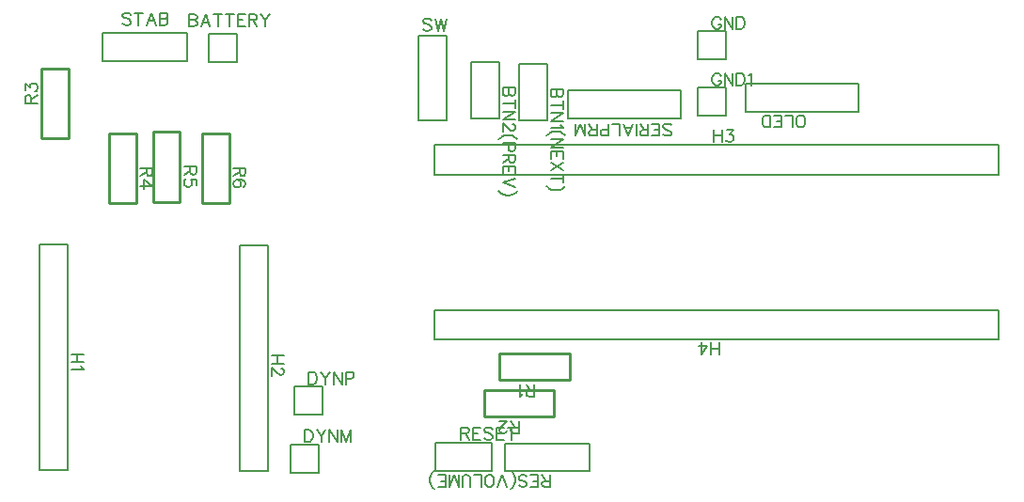
<source format=gto>
G04 Layer: TopSilkscreenLayer*
G04 EasyEDA v6.5.22, 2023-05-12 10:20:37*
G04 d26d94e297664bcd9bbc3ef6a8ca1e7a,10*
G04 Gerber Generator version 0.2*
G04 Scale: 100 percent, Rotated: No, Reflected: No *
G04 Dimensions in millimeters *
G04 leading zeros omitted , absolute positions ,4 integer and 5 decimal *
%FSLAX45Y45*%
%MOMM*%

%ADD10C,0.1524*%
%ADD11C,0.2032*%
%ADD12C,0.2030*%
%ADD13C,0.2540*%

%LPD*%
D10*
X6656577Y4562347D02*
G01*
X6651243Y4572762D01*
X6640829Y4583176D01*
X6630670Y4588255D01*
X6609841Y4588255D01*
X6599427Y4583176D01*
X6589013Y4572762D01*
X6583679Y4562347D01*
X6578600Y4546600D01*
X6578600Y4520692D01*
X6583679Y4505197D01*
X6589013Y4494784D01*
X6599427Y4484370D01*
X6609841Y4479289D01*
X6630670Y4479289D01*
X6640829Y4484370D01*
X6651243Y4494784D01*
X6656577Y4505197D01*
X6656577Y4520692D01*
X6630670Y4520692D02*
G01*
X6656577Y4520692D01*
X6690868Y4588255D02*
G01*
X6690868Y4479289D01*
X6690868Y4588255D02*
G01*
X6763511Y4479289D01*
X6763511Y4588255D02*
G01*
X6763511Y4479289D01*
X6797802Y4588255D02*
G01*
X6797802Y4479289D01*
X6797802Y4588255D02*
G01*
X6834124Y4588255D01*
X6849872Y4583176D01*
X6860286Y4572762D01*
X6865365Y4562347D01*
X6870700Y4546600D01*
X6870700Y4520692D01*
X6865365Y4505197D01*
X6860286Y4494784D01*
X6849872Y4484370D01*
X6834124Y4479289D01*
X6797802Y4479289D01*
X5233415Y3937000D02*
G01*
X5124450Y3937000D01*
X5233415Y3937000D02*
G01*
X5233415Y3890263D01*
X5228336Y3874770D01*
X5223002Y3869436D01*
X5212588Y3864355D01*
X5202174Y3864355D01*
X5191759Y3869436D01*
X5186679Y3874770D01*
X5181600Y3890263D01*
X5181600Y3937000D02*
G01*
X5181600Y3890263D01*
X5176265Y3874770D01*
X5171186Y3869436D01*
X5160772Y3864355D01*
X5145024Y3864355D01*
X5134609Y3869436D01*
X5129529Y3874770D01*
X5124450Y3890263D01*
X5124450Y3937000D01*
X5233415Y3793489D02*
G01*
X5124450Y3793489D01*
X5233415Y3830065D02*
G01*
X5233415Y3757168D01*
X5233415Y3722878D02*
G01*
X5124450Y3722878D01*
X5233415Y3722878D02*
G01*
X5124450Y3650234D01*
X5233415Y3650234D02*
G01*
X5124450Y3650234D01*
X5212588Y3615944D02*
G01*
X5217922Y3605529D01*
X5233415Y3590036D01*
X5124450Y3590036D01*
X5254243Y3519170D02*
G01*
X5243829Y3529584D01*
X5228336Y3539997D01*
X5207508Y3550412D01*
X5181600Y3555745D01*
X5160772Y3555745D01*
X5134609Y3550412D01*
X5114036Y3539997D01*
X5098288Y3529584D01*
X5087874Y3519170D01*
X5233415Y3484879D02*
G01*
X5124450Y3484879D01*
X5233415Y3484879D02*
G01*
X5124450Y3412236D01*
X5233415Y3412236D02*
G01*
X5124450Y3412236D01*
X5233415Y3377945D02*
G01*
X5124450Y3377945D01*
X5233415Y3377945D02*
G01*
X5233415Y3310381D01*
X5181600Y3377945D02*
G01*
X5181600Y3336289D01*
X5124450Y3377945D02*
G01*
X5124450Y3310381D01*
X5233415Y3276092D02*
G01*
X5124450Y3203447D01*
X5233415Y3203447D02*
G01*
X5124450Y3276092D01*
X5233415Y3132836D02*
G01*
X5124450Y3132836D01*
X5233415Y3169157D02*
G01*
X5233415Y3096260D01*
X5254243Y3061970D02*
G01*
X5243829Y3051810D01*
X5228336Y3041395D01*
X5207508Y3030981D01*
X5181600Y3025647D01*
X5160772Y3025647D01*
X5134609Y3030981D01*
X5114036Y3041395D01*
X5098288Y3051810D01*
X5087874Y3061970D01*
X4801615Y3949700D02*
G01*
X4692650Y3949700D01*
X4801615Y3949700D02*
G01*
X4801615Y3902963D01*
X4796536Y3887470D01*
X4791202Y3882136D01*
X4780788Y3877055D01*
X4770374Y3877055D01*
X4759959Y3882136D01*
X4754879Y3887470D01*
X4749800Y3902963D01*
X4749800Y3949700D02*
G01*
X4749800Y3902963D01*
X4744465Y3887470D01*
X4739386Y3882136D01*
X4728972Y3877055D01*
X4713224Y3877055D01*
X4702809Y3882136D01*
X4697729Y3887470D01*
X4692650Y3902963D01*
X4692650Y3949700D01*
X4801615Y3806189D02*
G01*
X4692650Y3806189D01*
X4801615Y3842765D02*
G01*
X4801615Y3769868D01*
X4801615Y3735578D02*
G01*
X4692650Y3735578D01*
X4801615Y3735578D02*
G01*
X4692650Y3662934D01*
X4801615Y3662934D02*
G01*
X4692650Y3662934D01*
X4775708Y3623310D02*
G01*
X4780788Y3623310D01*
X4791202Y3618229D01*
X4796536Y3613150D01*
X4801615Y3602736D01*
X4801615Y3581907D01*
X4796536Y3571494D01*
X4791202Y3566160D01*
X4780788Y3561079D01*
X4770374Y3561079D01*
X4759959Y3566160D01*
X4744465Y3576573D01*
X4692650Y3628644D01*
X4692650Y3556000D01*
X4822443Y3485134D02*
G01*
X4812029Y3495547D01*
X4796536Y3505962D01*
X4775708Y3516376D01*
X4749800Y3521710D01*
X4728972Y3521710D01*
X4702809Y3516376D01*
X4682236Y3505962D01*
X4666488Y3495547D01*
X4656074Y3485134D01*
X4801615Y3450844D02*
G01*
X4692650Y3450844D01*
X4801615Y3450844D02*
G01*
X4801615Y3404107D01*
X4796536Y3388613D01*
X4791202Y3383279D01*
X4780788Y3378200D01*
X4765293Y3378200D01*
X4754879Y3383279D01*
X4749800Y3388613D01*
X4744465Y3404107D01*
X4744465Y3450844D01*
X4801615Y3343910D02*
G01*
X4692650Y3343910D01*
X4801615Y3343910D02*
G01*
X4801615Y3297173D01*
X4796536Y3281679D01*
X4791202Y3276345D01*
X4780788Y3271265D01*
X4770374Y3271265D01*
X4759959Y3276345D01*
X4754879Y3281679D01*
X4749800Y3297173D01*
X4749800Y3343910D01*
X4749800Y3307587D02*
G01*
X4692650Y3271265D01*
X4801615Y3236976D02*
G01*
X4692650Y3236976D01*
X4801615Y3236976D02*
G01*
X4801615Y3169412D01*
X4749800Y3236976D02*
G01*
X4749800Y3195320D01*
X4692650Y3236976D02*
G01*
X4692650Y3169412D01*
X4801615Y3135121D02*
G01*
X4692650Y3093465D01*
X4801615Y3051810D02*
G01*
X4692650Y3093465D01*
X4822443Y3017520D02*
G01*
X4812029Y3007360D01*
X4796536Y2996945D01*
X4775708Y2986531D01*
X4749800Y2981197D01*
X4728972Y2981197D01*
X4702809Y2986531D01*
X4682236Y2996945D01*
X4666488Y3007360D01*
X4656074Y3017520D01*
X915415Y1549400D02*
G01*
X806450Y1549400D01*
X915415Y1476755D02*
G01*
X806450Y1476755D01*
X863600Y1549400D02*
G01*
X863600Y1476755D01*
X894587Y1442465D02*
G01*
X899921Y1432052D01*
X915415Y1416304D01*
X806450Y1416304D01*
X2718815Y1536700D02*
G01*
X2609850Y1536700D01*
X2718815Y1464055D02*
G01*
X2609850Y1464055D01*
X2667000Y1536700D02*
G01*
X2667000Y1464055D01*
X2692908Y1424431D02*
G01*
X2697988Y1424431D01*
X2708402Y1419352D01*
X2713736Y1414018D01*
X2718815Y1403604D01*
X2718815Y1383029D01*
X2713736Y1372615D01*
X2708402Y1367281D01*
X2697988Y1362202D01*
X2687574Y1362202D01*
X2677159Y1367281D01*
X2661665Y1377695D01*
X2609850Y1429765D01*
X2609850Y1356868D01*
X6591300Y3569715D02*
G01*
X6591300Y3460750D01*
X6663943Y3569715D02*
G01*
X6663943Y3460750D01*
X6591300Y3517900D02*
G01*
X6663943Y3517900D01*
X6708647Y3569715D02*
G01*
X6765797Y3569715D01*
X6734809Y3528060D01*
X6750304Y3528060D01*
X6760718Y3522979D01*
X6765797Y3517900D01*
X6771131Y3502152D01*
X6771131Y3491737D01*
X6765797Y3476244D01*
X6755384Y3465829D01*
X6739890Y3460750D01*
X6724395Y3460750D01*
X6708647Y3465829D01*
X6703568Y3470910D01*
X6698234Y3481323D01*
X6642100Y1548384D02*
G01*
X6642100Y1657350D01*
X6569456Y1548384D02*
G01*
X6569456Y1657350D01*
X6642100Y1600200D02*
G01*
X6569456Y1600200D01*
X6483095Y1548384D02*
G01*
X6535165Y1621028D01*
X6457188Y1621028D01*
X6483095Y1548384D02*
G01*
X6483095Y1657350D01*
X7385558Y3593084D02*
G01*
X7395972Y3598163D01*
X7406386Y3608578D01*
X7411720Y3618992D01*
X7416800Y3634739D01*
X7416800Y3660647D01*
X7411720Y3676142D01*
X7406386Y3686555D01*
X7395972Y3696970D01*
X7385558Y3702050D01*
X7364729Y3702050D01*
X7354570Y3696970D01*
X7344156Y3686555D01*
X7338822Y3676142D01*
X7333741Y3660647D01*
X7333741Y3634739D01*
X7338822Y3618992D01*
X7344156Y3608578D01*
X7354570Y3598163D01*
X7364729Y3593084D01*
X7385558Y3593084D01*
X7299452Y3593084D02*
G01*
X7299452Y3702050D01*
X7299452Y3702050D02*
G01*
X7236968Y3702050D01*
X7202677Y3593084D02*
G01*
X7202677Y3702050D01*
X7202677Y3593084D02*
G01*
X7135113Y3593084D01*
X7202677Y3644900D02*
G01*
X7161275Y3644900D01*
X7202677Y3702050D02*
G01*
X7135113Y3702050D01*
X7100824Y3593084D02*
G01*
X7100824Y3702050D01*
X7100824Y3593084D02*
G01*
X7064502Y3593084D01*
X7049008Y3598163D01*
X7038593Y3608578D01*
X7033259Y3618992D01*
X7028179Y3634739D01*
X7028179Y3660647D01*
X7033259Y3676142D01*
X7038593Y3686555D01*
X7049008Y3696970D01*
X7064502Y3702050D01*
X7100824Y3702050D01*
X6137656Y3532378D02*
G01*
X6148070Y3521963D01*
X6163563Y3516884D01*
X6184391Y3516884D01*
X6199886Y3521963D01*
X6210300Y3532378D01*
X6210300Y3542792D01*
X6205220Y3553205D01*
X6199886Y3558539D01*
X6189472Y3563620D01*
X6158229Y3574034D01*
X6148070Y3579113D01*
X6142736Y3584447D01*
X6137656Y3594862D01*
X6137656Y3610355D01*
X6148070Y3620770D01*
X6163563Y3625850D01*
X6184391Y3625850D01*
X6199886Y3620770D01*
X6210300Y3610355D01*
X6103365Y3516884D02*
G01*
X6103365Y3625850D01*
X6103365Y3516884D02*
G01*
X6035802Y3516884D01*
X6103365Y3568700D02*
G01*
X6061709Y3568700D01*
X6103365Y3625850D02*
G01*
X6035802Y3625850D01*
X6001511Y3516884D02*
G01*
X6001511Y3625850D01*
X6001511Y3516884D02*
G01*
X5954775Y3516884D01*
X5939027Y3521963D01*
X5933947Y3527297D01*
X5928613Y3537712D01*
X5928613Y3548126D01*
X5933947Y3558539D01*
X5939027Y3563620D01*
X5954775Y3568700D01*
X6001511Y3568700D01*
X5965190Y3568700D02*
G01*
X5928613Y3625850D01*
X5894324Y3516884D02*
G01*
X5894324Y3625850D01*
X5818631Y3516884D02*
G01*
X5860034Y3625850D01*
X5818631Y3516884D02*
G01*
X5776975Y3625850D01*
X5844540Y3589528D02*
G01*
X5792470Y3589528D01*
X5742686Y3516884D02*
G01*
X5742686Y3625850D01*
X5742686Y3625850D02*
G01*
X5680456Y3625850D01*
X5646165Y3516884D02*
G01*
X5646165Y3625850D01*
X5646165Y3516884D02*
G01*
X5599429Y3516884D01*
X5583681Y3521963D01*
X5578602Y3527297D01*
X5573268Y3537712D01*
X5573268Y3553205D01*
X5578602Y3563620D01*
X5583681Y3568700D01*
X5599429Y3574034D01*
X5646165Y3574034D01*
X5538977Y3516884D02*
G01*
X5538977Y3625850D01*
X5538977Y3516884D02*
G01*
X5492241Y3516884D01*
X5476747Y3521963D01*
X5471413Y3527297D01*
X5466334Y3537712D01*
X5466334Y3548126D01*
X5471413Y3558539D01*
X5476747Y3563620D01*
X5492241Y3568700D01*
X5538977Y3568700D01*
X5502656Y3568700D02*
G01*
X5466334Y3625850D01*
X5432043Y3516884D02*
G01*
X5432043Y3625850D01*
X5432043Y3516884D02*
G01*
X5390388Y3625850D01*
X5348986Y3516884D02*
G01*
X5390388Y3625850D01*
X5348986Y3516884D02*
G01*
X5348986Y3625850D01*
X4978400Y1167384D02*
G01*
X4978400Y1276350D01*
X4978400Y1167384D02*
G01*
X4931663Y1167384D01*
X4916170Y1172463D01*
X4910836Y1177797D01*
X4905756Y1188212D01*
X4905756Y1198626D01*
X4910836Y1209039D01*
X4916170Y1214120D01*
X4931663Y1219200D01*
X4978400Y1219200D01*
X4942077Y1219200D02*
G01*
X4905756Y1276350D01*
X4871465Y1188212D02*
G01*
X4861052Y1182878D01*
X4845304Y1167384D01*
X4845304Y1276350D01*
X4838700Y837184D02*
G01*
X4838700Y946150D01*
X4838700Y837184D02*
G01*
X4791963Y837184D01*
X4776470Y842263D01*
X4771136Y847597D01*
X4766056Y858012D01*
X4766056Y868426D01*
X4771136Y878839D01*
X4776470Y883920D01*
X4791963Y889000D01*
X4838700Y889000D01*
X4802377Y889000D02*
G01*
X4766056Y946150D01*
X4726431Y863092D02*
G01*
X4726431Y858012D01*
X4721352Y847597D01*
X4716018Y842263D01*
X4705604Y837184D01*
X4685029Y837184D01*
X4674615Y842263D01*
X4669281Y847597D01*
X4664202Y858012D01*
X4664202Y868426D01*
X4669281Y878839D01*
X4679695Y894334D01*
X4731765Y946150D01*
X4658868Y946150D01*
X5118100Y354584D02*
G01*
X5118100Y463550D01*
X5118100Y354584D02*
G01*
X5071363Y354584D01*
X5055870Y359663D01*
X5050536Y364997D01*
X5045456Y375412D01*
X5045456Y385826D01*
X5050536Y396239D01*
X5055870Y401320D01*
X5071363Y406400D01*
X5118100Y406400D01*
X5081777Y406400D02*
G01*
X5045456Y463550D01*
X5011165Y354584D02*
G01*
X5011165Y463550D01*
X5011165Y354584D02*
G01*
X4943602Y354584D01*
X5011165Y406400D02*
G01*
X4969509Y406400D01*
X5011165Y463550D02*
G01*
X4943602Y463550D01*
X4836413Y370078D02*
G01*
X4846827Y359663D01*
X4862575Y354584D01*
X4883150Y354584D01*
X4898897Y359663D01*
X4909311Y370078D01*
X4909311Y380492D01*
X4903977Y390905D01*
X4898897Y396239D01*
X4888484Y401320D01*
X4857241Y411734D01*
X4846827Y416813D01*
X4841747Y422147D01*
X4836413Y432562D01*
X4836413Y448055D01*
X4846827Y458470D01*
X4862575Y463550D01*
X4883150Y463550D01*
X4898897Y458470D01*
X4909311Y448055D01*
X4765802Y333755D02*
G01*
X4776215Y344170D01*
X4786629Y359663D01*
X4797043Y380492D01*
X4802124Y406400D01*
X4802124Y427228D01*
X4797043Y453389D01*
X4786629Y473963D01*
X4776215Y489712D01*
X4765802Y500126D01*
X4731511Y354584D02*
G01*
X4690109Y463550D01*
X4648454Y354584D02*
G01*
X4690109Y463550D01*
X4582922Y354584D02*
G01*
X4593336Y359663D01*
X4603750Y370078D01*
X4608829Y380492D01*
X4614163Y396239D01*
X4614163Y422147D01*
X4608829Y437642D01*
X4603750Y448055D01*
X4593336Y458470D01*
X4582922Y463550D01*
X4562093Y463550D01*
X4551679Y458470D01*
X4541520Y448055D01*
X4536186Y437642D01*
X4531106Y422147D01*
X4531106Y396239D01*
X4536186Y380492D01*
X4541520Y370078D01*
X4551679Y359663D01*
X4562093Y354584D01*
X4582922Y354584D01*
X4496815Y354584D02*
G01*
X4496815Y463550D01*
X4496815Y463550D02*
G01*
X4434331Y463550D01*
X4400041Y354584D02*
G01*
X4400041Y432562D01*
X4394961Y448055D01*
X4384547Y458470D01*
X4368800Y463550D01*
X4358640Y463550D01*
X4342891Y458470D01*
X4332477Y448055D01*
X4327397Y432562D01*
X4327397Y354584D01*
X4293108Y354584D02*
G01*
X4293108Y463550D01*
X4293108Y354584D02*
G01*
X4251452Y463550D01*
X4210050Y354584D02*
G01*
X4251452Y463550D01*
X4210050Y354584D02*
G01*
X4210050Y463550D01*
X4175759Y354584D02*
G01*
X4175759Y463550D01*
X4175759Y354584D02*
G01*
X4108195Y354584D01*
X4175759Y406400D02*
G01*
X4134104Y406400D01*
X4175759Y463550D02*
G01*
X4108195Y463550D01*
X4073906Y333755D02*
G01*
X4063491Y344170D01*
X4053077Y359663D01*
X4042663Y380492D01*
X4037329Y406400D01*
X4037329Y427228D01*
X4042663Y453389D01*
X4053077Y473963D01*
X4063491Y489712D01*
X4073906Y500126D01*
X4047743Y4557521D02*
G01*
X4037329Y4567936D01*
X4021836Y4573015D01*
X4001008Y4573015D01*
X3985513Y4567936D01*
X3975100Y4557521D01*
X3975100Y4547107D01*
X3980179Y4536694D01*
X3985513Y4531360D01*
X3995927Y4526279D01*
X4027170Y4515865D01*
X4037329Y4510786D01*
X4042663Y4505452D01*
X4047743Y4495037D01*
X4047743Y4479544D01*
X4037329Y4469129D01*
X4021836Y4464050D01*
X4001008Y4464050D01*
X3985513Y4469129D01*
X3975100Y4479544D01*
X4082034Y4573015D02*
G01*
X4108195Y4464050D01*
X4134104Y4573015D02*
G01*
X4108195Y4464050D01*
X4134104Y4573015D02*
G01*
X4160011Y4464050D01*
X4185920Y4573015D02*
G01*
X4160011Y4464050D01*
X2908300Y867155D02*
G01*
X2908300Y758189D01*
X2908300Y867155D02*
G01*
X2944622Y867155D01*
X2960370Y862076D01*
X2970529Y851662D01*
X2975863Y841247D01*
X2980943Y825500D01*
X2980943Y799592D01*
X2975863Y784097D01*
X2970529Y773684D01*
X2960370Y763270D01*
X2944622Y758189D01*
X2908300Y758189D01*
X3015234Y867155D02*
G01*
X3056890Y815339D01*
X3056890Y758189D01*
X3098545Y867155D02*
G01*
X3056890Y815339D01*
X3132836Y867155D02*
G01*
X3132836Y758189D01*
X3132836Y867155D02*
G01*
X3205479Y758189D01*
X3205479Y867155D02*
G01*
X3205479Y758189D01*
X3239770Y867155D02*
G01*
X3239770Y758189D01*
X3239770Y867155D02*
G01*
X3281425Y758189D01*
X3322827Y867155D02*
G01*
X3281425Y758189D01*
X3322827Y867155D02*
G01*
X3322827Y758189D01*
X2946400Y1387855D02*
G01*
X2946400Y1278889D01*
X2946400Y1387855D02*
G01*
X2982722Y1387855D01*
X2998470Y1382776D01*
X3008629Y1372362D01*
X3013963Y1361947D01*
X3019043Y1346200D01*
X3019043Y1320292D01*
X3013963Y1304797D01*
X3008629Y1294384D01*
X2998470Y1283970D01*
X2982722Y1278889D01*
X2946400Y1278889D01*
X3053334Y1387855D02*
G01*
X3094990Y1336039D01*
X3094990Y1278889D01*
X3136645Y1387855D02*
G01*
X3094990Y1336039D01*
X3170936Y1387855D02*
G01*
X3170936Y1278889D01*
X3170936Y1387855D02*
G01*
X3243579Y1278889D01*
X3243579Y1387855D02*
G01*
X3243579Y1278889D01*
X3277870Y1387855D02*
G01*
X3277870Y1278889D01*
X3277870Y1387855D02*
G01*
X3324606Y1387855D01*
X3340100Y1382776D01*
X3345434Y1377442D01*
X3350513Y1367028D01*
X3350513Y1351534D01*
X3345434Y1341120D01*
X3340100Y1336039D01*
X3324606Y1330705D01*
X3277870Y1330705D01*
X392684Y3810000D02*
G01*
X501650Y3810000D01*
X392684Y3810000D02*
G01*
X392684Y3856736D01*
X397763Y3872229D01*
X403097Y3877563D01*
X413512Y3882644D01*
X423926Y3882644D01*
X434339Y3877563D01*
X439420Y3872229D01*
X444500Y3856736D01*
X444500Y3810000D01*
X444500Y3846321D02*
G01*
X501650Y3882644D01*
X392684Y3927347D02*
G01*
X392684Y3984497D01*
X434339Y3953510D01*
X434339Y3969004D01*
X439420Y3979418D01*
X444500Y3984497D01*
X460247Y3989831D01*
X470662Y3989831D01*
X486155Y3984497D01*
X496570Y3974084D01*
X501650Y3958589D01*
X501650Y3943095D01*
X496570Y3927347D01*
X491489Y3922268D01*
X481076Y3916934D01*
X1537715Y3225800D02*
G01*
X1428750Y3225800D01*
X1537715Y3225800D02*
G01*
X1537715Y3179063D01*
X1532636Y3163570D01*
X1527302Y3158236D01*
X1516887Y3153155D01*
X1506473Y3153155D01*
X1496060Y3158236D01*
X1490979Y3163570D01*
X1485900Y3179063D01*
X1485900Y3225800D01*
X1485900Y3189478D02*
G01*
X1428750Y3153155D01*
X1537715Y3066795D02*
G01*
X1465071Y3118865D01*
X1465071Y3040887D01*
X1537715Y3066795D02*
G01*
X1428750Y3066795D01*
X1931415Y3238500D02*
G01*
X1822450Y3238500D01*
X1931415Y3238500D02*
G01*
X1931415Y3191763D01*
X1926336Y3176270D01*
X1921002Y3170936D01*
X1910587Y3165855D01*
X1900173Y3165855D01*
X1889760Y3170936D01*
X1884679Y3176270D01*
X1879600Y3191763D01*
X1879600Y3238500D01*
X1879600Y3202178D02*
G01*
X1822450Y3165855D01*
X1931415Y3069081D02*
G01*
X1931415Y3121152D01*
X1884679Y3126231D01*
X1889760Y3121152D01*
X1895094Y3105404D01*
X1895094Y3089910D01*
X1889760Y3074415D01*
X1879600Y3064002D01*
X1863852Y3058668D01*
X1853437Y3058668D01*
X1837944Y3064002D01*
X1827529Y3074415D01*
X1822450Y3089910D01*
X1822450Y3105404D01*
X1827529Y3121152D01*
X1832610Y3126231D01*
X1843023Y3131565D01*
X2375915Y3225800D02*
G01*
X2266950Y3225800D01*
X2375915Y3225800D02*
G01*
X2375915Y3179063D01*
X2370836Y3163570D01*
X2365502Y3158236D01*
X2355088Y3153155D01*
X2344674Y3153155D01*
X2334259Y3158236D01*
X2329179Y3163570D01*
X2324100Y3179063D01*
X2324100Y3225800D01*
X2324100Y3189478D02*
G01*
X2266950Y3153155D01*
X2360422Y3056381D02*
G01*
X2370836Y3061715D01*
X2375915Y3077210D01*
X2375915Y3087623D01*
X2370836Y3103118D01*
X2355088Y3113531D01*
X2329179Y3118865D01*
X2303272Y3118865D01*
X2282443Y3113531D01*
X2272029Y3103118D01*
X2266950Y3087623D01*
X2266950Y3082289D01*
X2272029Y3066795D01*
X2282443Y3056381D01*
X2297938Y3051302D01*
X2303272Y3051302D01*
X2318765Y3056381D01*
X2329179Y3066795D01*
X2334259Y3082289D01*
X2334259Y3087623D01*
X2329179Y3103118D01*
X2318765Y3113531D01*
X2303272Y3118865D01*
X1866900Y4611115D02*
G01*
X1866900Y4502150D01*
X1866900Y4611115D02*
G01*
X1913636Y4611115D01*
X1929129Y4606036D01*
X1934463Y4600702D01*
X1939543Y4590287D01*
X1939543Y4579873D01*
X1934463Y4569460D01*
X1929129Y4564379D01*
X1913636Y4559300D01*
X1866900Y4559300D02*
G01*
X1913636Y4559300D01*
X1929129Y4553965D01*
X1934463Y4548886D01*
X1939543Y4538471D01*
X1939543Y4522723D01*
X1934463Y4512310D01*
X1929129Y4507229D01*
X1913636Y4502150D01*
X1866900Y4502150D01*
X2015490Y4611115D02*
G01*
X1973834Y4502150D01*
X2015490Y4611115D02*
G01*
X2057145Y4502150D01*
X1989581Y4538471D02*
G01*
X2041397Y4538471D01*
X2127758Y4611115D02*
G01*
X2127758Y4502150D01*
X2091436Y4611115D02*
G01*
X2164079Y4611115D01*
X2234691Y4611115D02*
G01*
X2234691Y4502150D01*
X2198370Y4611115D02*
G01*
X2271013Y4611115D01*
X2305304Y4611115D02*
G01*
X2305304Y4502150D01*
X2305304Y4611115D02*
G01*
X2372868Y4611115D01*
X2305304Y4559300D02*
G01*
X2346959Y4559300D01*
X2305304Y4502150D02*
G01*
X2372868Y4502150D01*
X2407158Y4611115D02*
G01*
X2407158Y4502150D01*
X2407158Y4611115D02*
G01*
X2453893Y4611115D01*
X2469641Y4606036D01*
X2474722Y4600702D01*
X2480056Y4590287D01*
X2480056Y4579873D01*
X2474722Y4569460D01*
X2469641Y4564379D01*
X2453893Y4559300D01*
X2407158Y4559300D01*
X2443479Y4559300D02*
G01*
X2480056Y4502150D01*
X2514345Y4611115D02*
G01*
X2555747Y4559300D01*
X2555747Y4502150D01*
X2597404Y4611115D02*
G01*
X2555747Y4559300D01*
X1342644Y4608321D02*
G01*
X1332229Y4618736D01*
X1316736Y4623815D01*
X1295907Y4623815D01*
X1280413Y4618736D01*
X1270000Y4608321D01*
X1270000Y4597907D01*
X1275079Y4587494D01*
X1280413Y4582160D01*
X1290828Y4577079D01*
X1322070Y4566665D01*
X1332229Y4561586D01*
X1337563Y4556252D01*
X1342644Y4545837D01*
X1342644Y4530344D01*
X1332229Y4519929D01*
X1316736Y4514850D01*
X1295907Y4514850D01*
X1280413Y4519929D01*
X1270000Y4530344D01*
X1413510Y4623815D02*
G01*
X1413510Y4514850D01*
X1376934Y4623815D02*
G01*
X1449831Y4623815D01*
X1525523Y4623815D02*
G01*
X1484121Y4514850D01*
X1525523Y4623815D02*
G01*
X1567179Y4514850D01*
X1499615Y4551171D02*
G01*
X1551686Y4551171D01*
X1601470Y4623815D02*
G01*
X1601470Y4514850D01*
X1601470Y4623815D02*
G01*
X1648205Y4623815D01*
X1663700Y4618736D01*
X1669034Y4613402D01*
X1674113Y4602987D01*
X1674113Y4592573D01*
X1669034Y4582160D01*
X1663700Y4577079D01*
X1648205Y4572000D01*
X1601470Y4572000D02*
G01*
X1648205Y4572000D01*
X1663700Y4566665D01*
X1669034Y4561586D01*
X1674113Y4551171D01*
X1674113Y4535423D01*
X1669034Y4525010D01*
X1663700Y4519929D01*
X1648205Y4514850D01*
X1601470Y4514850D01*
X6656577Y4054347D02*
G01*
X6651243Y4064762D01*
X6640829Y4075176D01*
X6630670Y4080255D01*
X6609841Y4080255D01*
X6599427Y4075176D01*
X6589013Y4064762D01*
X6583679Y4054347D01*
X6578600Y4038600D01*
X6578600Y4012692D01*
X6583679Y3997197D01*
X6589013Y3986784D01*
X6599427Y3976370D01*
X6609841Y3971289D01*
X6630670Y3971289D01*
X6640829Y3976370D01*
X6651243Y3986784D01*
X6656577Y3997197D01*
X6656577Y4012692D01*
X6630670Y4012692D02*
G01*
X6656577Y4012692D01*
X6690868Y4080255D02*
G01*
X6690868Y3971289D01*
X6690868Y4080255D02*
G01*
X6763511Y3971289D01*
X6763511Y4080255D02*
G01*
X6763511Y3971289D01*
X6797802Y4080255D02*
G01*
X6797802Y3971289D01*
X6797802Y4080255D02*
G01*
X6834124Y4080255D01*
X6849872Y4075176D01*
X6860286Y4064762D01*
X6865365Y4054347D01*
X6870700Y4038600D01*
X6870700Y4012692D01*
X6865365Y3997197D01*
X6860286Y3986784D01*
X6849872Y3976370D01*
X6834124Y3971289D01*
X6797802Y3971289D01*
X6904990Y4059428D02*
G01*
X6915150Y4064762D01*
X6930897Y4080255D01*
X6930897Y3971289D01*
X4318000Y890015D02*
G01*
X4318000Y781050D01*
X4318000Y890015D02*
G01*
X4364736Y890015D01*
X4380229Y884936D01*
X4385563Y879602D01*
X4390643Y869187D01*
X4390643Y858773D01*
X4385563Y848360D01*
X4380229Y843279D01*
X4364736Y838200D01*
X4318000Y838200D01*
X4354322Y838200D02*
G01*
X4390643Y781050D01*
X4424934Y890015D02*
G01*
X4424934Y781050D01*
X4424934Y890015D02*
G01*
X4492497Y890015D01*
X4424934Y838200D02*
G01*
X4466590Y838200D01*
X4424934Y781050D02*
G01*
X4492497Y781050D01*
X4599686Y874521D02*
G01*
X4589272Y884936D01*
X4573524Y890015D01*
X4552950Y890015D01*
X4537202Y884936D01*
X4526788Y874521D01*
X4526788Y864107D01*
X4532122Y853694D01*
X4537202Y848360D01*
X4547615Y843279D01*
X4578858Y832865D01*
X4589272Y827786D01*
X4594352Y822452D01*
X4599686Y812037D01*
X4599686Y796544D01*
X4589272Y786129D01*
X4573524Y781050D01*
X4552950Y781050D01*
X4537202Y786129D01*
X4526788Y796544D01*
X4633975Y890015D02*
G01*
X4633975Y781050D01*
X4633975Y890015D02*
G01*
X4701540Y890015D01*
X4633975Y838200D02*
G01*
X4675377Y838200D01*
X4633975Y781050D02*
G01*
X4701540Y781050D01*
X4772152Y890015D02*
G01*
X4772152Y781050D01*
X4735829Y890015D02*
G01*
X4808474Y890015D01*
D11*
X6705600Y4203700D02*
G01*
X6451600Y4203700D01*
X6451600Y4457700D01*
X6705600Y4457700D01*
X6705600Y4267200D01*
D12*
X6705600Y4203700D02*
G01*
X6705600Y4267200D01*
D11*
X5092700Y3657600D02*
G01*
X4841240Y3657600D01*
X4841240Y4165600D01*
X5092700Y4165600D01*
X5092700Y3657600D01*
X4660900Y3670300D02*
G01*
X4409440Y3670300D01*
X4409440Y4178300D01*
X4660900Y4178300D01*
X4660900Y3670300D01*
X774700Y508000D02*
G01*
X520700Y508000D01*
X520700Y2540000D01*
X774700Y2540000D01*
X774700Y2349500D01*
D12*
X774700Y508000D02*
G01*
X774700Y2349500D01*
D11*
X2578100Y495300D02*
G01*
X2324100Y495300D01*
X2324100Y2527300D01*
X2578100Y2527300D01*
X2578100Y2336800D01*
D12*
X2578100Y495300D02*
G01*
X2578100Y2336800D01*
D11*
X9156700Y3422650D02*
G01*
X9156700Y3435350D01*
X4076700Y3435350D01*
X4076700Y3168650D01*
X9156700Y3168650D01*
X9156700Y3422650D01*
X4076700Y1695450D02*
G01*
X4076700Y1682750D01*
X9156700Y1682750D01*
X9156700Y1949450D01*
X4076700Y1949450D01*
X4076700Y1695450D01*
X6883400Y3733800D02*
G01*
X6883400Y3987800D01*
X7899400Y3987800D01*
X7899400Y3733800D01*
X7708900Y3733800D01*
D12*
X6883400Y3733800D02*
G01*
X7708900Y3733800D01*
D11*
X5283200Y3670300D02*
G01*
X5283200Y3924300D01*
X6299200Y3924300D01*
X6299200Y3670300D01*
X6108700Y3670300D01*
D12*
X5283200Y3670300D02*
G01*
X6108700Y3670300D01*
D13*
X5293359Y1554479D02*
G01*
X5293359Y1315720D01*
X5293359Y1315720D02*
G01*
X4663440Y1315720D01*
X4663440Y1315720D02*
G01*
X4663440Y1554479D01*
X4663440Y1554479D02*
G01*
X5293359Y1554479D01*
X5153659Y1224279D02*
G01*
X5153659Y985520D01*
X5153659Y985520D02*
G01*
X4523740Y985520D01*
X4523740Y985520D02*
G01*
X4523740Y1224279D01*
X4523740Y1224279D02*
G01*
X5153659Y1224279D01*
D11*
X4965700Y495300D02*
G01*
X4711700Y495300D01*
X4711700Y746760D01*
X5473700Y746760D01*
X5473700Y495300D01*
X4965700Y495300D01*
X3937000Y4165600D02*
G01*
X3937000Y4419600D01*
X4188459Y4419600D01*
X4188459Y3657600D01*
X3937000Y3657600D01*
X3937000Y4165600D01*
X3035300Y482600D02*
G01*
X2781300Y482600D01*
X2781300Y736600D01*
X3035300Y736600D01*
X3035300Y546100D01*
D12*
X3035300Y482600D02*
G01*
X3035300Y546100D01*
D11*
X3073400Y1003300D02*
G01*
X2819400Y1003300D01*
X2819400Y1257300D01*
X3073400Y1257300D01*
X3073400Y1066800D01*
D12*
X3073400Y1003300D02*
G01*
X3073400Y1066800D01*
D13*
X779779Y3495039D02*
G01*
X541020Y3495039D01*
X541020Y3495039D02*
G01*
X541020Y4124960D01*
X541020Y4124960D02*
G01*
X779779Y4124960D01*
X779779Y4124960D02*
G01*
X779779Y3495039D01*
X1150620Y3540760D02*
G01*
X1389379Y3540760D01*
X1389379Y3540760D02*
G01*
X1389379Y2910839D01*
X1389379Y2910839D02*
G01*
X1150620Y2910839D01*
X1150620Y2910839D02*
G01*
X1150620Y3540760D01*
X1544320Y3553460D02*
G01*
X1783079Y3553460D01*
X1783079Y3553460D02*
G01*
X1783079Y2923539D01*
X1783079Y2923539D02*
G01*
X1544320Y2923539D01*
X1544320Y2923539D02*
G01*
X1544320Y3553460D01*
X1988820Y3540760D02*
G01*
X2227579Y3540760D01*
X2227579Y3540760D02*
G01*
X2227579Y2910839D01*
X2227579Y2910839D02*
G01*
X1988820Y2910839D01*
X1988820Y2910839D02*
G01*
X1988820Y3540760D01*
D11*
X2298700Y4178300D02*
G01*
X2044700Y4178300D01*
X2044700Y4432300D01*
X2298700Y4432300D01*
X2298700Y4241800D01*
D12*
X2298700Y4178300D02*
G01*
X2298700Y4241800D01*
D11*
X1346200Y4191000D02*
G01*
X1092200Y4191000D01*
X1092200Y4442460D01*
X1854200Y4442460D01*
X1854200Y4191000D01*
X1346200Y4191000D01*
X6705600Y3695700D02*
G01*
X6451600Y3695700D01*
X6451600Y3949700D01*
X6705600Y3949700D01*
X6705600Y3759200D01*
D12*
X6705600Y3695700D02*
G01*
X6705600Y3759200D01*
D11*
X4597400Y749300D02*
G01*
X4597400Y497839D01*
X4089400Y497839D01*
X4089400Y749300D01*
X4597400Y749300D01*
M02*

</source>
